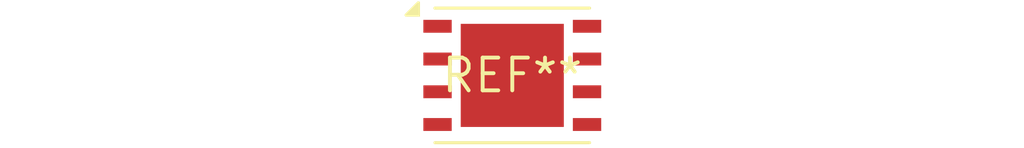
<source format=kicad_pcb>
(kicad_pcb (version 20240108) (generator pcbnew)
  (layers (0 "F.Cu" signal) (31 "B.Cu" signal) (34 "B.Paste" user) (35 "F.Paste" user) (36 "B.SilkS" user "B.Silkscreen") (37 "F.SilkS" user "F.Silkscreen") (38 "B.Mask" user) (39 "F.Mask" user) (44 "Edge.Cuts" user))
  (net 0 "")
  (footprint "DFN-8-1EP_6x5mm_P1.27mm_EP4x4mm" (layer "F.Cu") (at 0 0)
    (property "Reference" "REF**")
    (property "Value" "DFN-8-1EP_6x5mm_P1.27mm_EP4x4mm")
    (fp_line (start -3 -2.61) (end 3 -2.61) (layer "F.SilkS") (stroke (width 0.12)))
    (fp_line (start -3 2.61) (end 3 2.61) (layer "F.SilkS") (stroke (width 0.12)))
    (fp_poly (pts (xy -3.64 -2.34) (xy -4.12 -2.34) (xy -3.64 -2.82) (xy -3.64 -2.34)) (layer "F.SilkS") (stroke (width 0.12)) (fill solid))
    (pad "1" smd rect (at -2.9 -1.905 270) (size 0.5 1.1) (layers "F.Cu" "F.Paste" "F.Mask"))
    (pad "2" smd rect (at -2.9 -0.635 270) (size 0.5 1.1) (layers "F.Cu" "F.Paste" "F.Mask"))
    (pad "3" smd rect (at -2.9 0.635 270) (size 0.5 1.1) (layers "F.Cu" "F.Paste" "F.Mask"))
    (pad "4" smd rect (at -2.9 1.905 270) (size 0.5 1.1) (layers "F.Cu" "F.Paste" "F.Mask"))
    (pad "5" smd rect (at 2.9 1.905 270) (size 0.5 1.1) (layers "F.Cu" "F.Paste" "F.Mask"))
    (pad "6" smd rect (at 2.9 0.635 270) (size 0.5 1.1) (layers "F.Cu" "F.Paste" "F.Mask"))
    (pad "7" smd rect (at 2.9 -0.635 270) (size 0.5 1.1) (layers "F.Cu" "F.Paste" "F.Mask"))
    (pad "8" smd rect (at 2.9 -1.905 270) (size 0.5 1.1) (layers "F.Cu" "F.Paste" "F.Mask"))
    (pad "9" smd rect (at 0 0 270) (size 4 4) (layers "F.Cu" "F.Mask"))
  )
)
</source>
